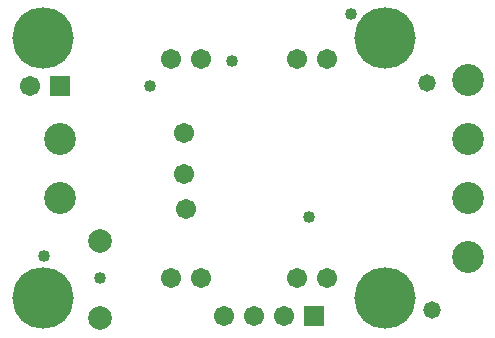
<source format=gbs>
%FSTAX24Y24*%
%MOIN*%
G70*
G01*
G75*
G04 Layer_Color=8388736*
%ADD10R,0.0394X0.0787*%
%ADD11O,0.0394X0.0787*%
%ADD12R,0.0591X0.0551*%
%ADD13R,0.0315X0.0374*%
%ADD14R,0.0374X0.0315*%
%ADD15R,0.0472X0.0256*%
%ADD16R,0.0354X0.0591*%
%ADD17C,0.0100*%
%ADD18C,0.0300*%
%ADD19C,0.0600*%
%ADD20C,0.0900*%
%ADD21C,0.0200*%
%ADD22C,0.0400*%
%ADD23R,0.1250X0.1100*%
%ADD24C,0.0984*%
%ADD25C,0.0591*%
%ADD26C,0.0709*%
%ADD27R,0.0591X0.0591*%
%ADD28C,0.1969*%
%ADD29C,0.0320*%
%ADD30C,0.0500*%
%ADD31C,0.0800*%
%ADD32C,0.0079*%
%ADD33C,0.0020*%
%ADD34C,0.0080*%
%ADD35C,0.0070*%
%ADD36R,0.0474X0.0867*%
%ADD37O,0.0474X0.0867*%
%ADD38R,0.0671X0.0631*%
%ADD39R,0.0395X0.0454*%
%ADD40R,0.0454X0.0395*%
%ADD41R,0.0552X0.0336*%
%ADD42R,0.0434X0.0671*%
%ADD43C,0.1064*%
%ADD44C,0.0671*%
%ADD45C,0.0789*%
%ADD46R,0.0671X0.0671*%
%ADD47C,0.2049*%
%ADD48C,0.0400*%
%ADD49C,0.0580*%
D43*
X036204Y031915D02*
D03*
Y029946D02*
D03*
Y027978D02*
D03*
Y026009D02*
D03*
X022622Y029946D02*
D03*
Y027978D02*
D03*
D44*
X026321Y025312D02*
D03*
X031521D02*
D03*
X027321D02*
D03*
X030521D02*
D03*
X031521Y032612D02*
D03*
X026321D02*
D03*
X027321D02*
D03*
X030521D02*
D03*
X021622Y031718D02*
D03*
X030086Y024041D02*
D03*
X029086D02*
D03*
X028086D02*
D03*
X0268Y0276D02*
D03*
X026756Y028765D02*
D03*
Y030143D02*
D03*
D45*
X02395Y02397D02*
D03*
Y02653D02*
D03*
D46*
X022622Y031718D02*
D03*
X031086Y024041D02*
D03*
D47*
X022031Y024631D02*
D03*
Y033293D02*
D03*
X033448Y024631D02*
D03*
Y033293D02*
D03*
D48*
X0323Y0341D02*
D03*
X022096Y026046D02*
D03*
X0309Y02735D02*
D03*
X02835Y03255D02*
D03*
X02395Y0253D02*
D03*
X0256Y0317D02*
D03*
D49*
X035023Y024237D02*
D03*
X03485Y0318D02*
D03*
M02*

</source>
